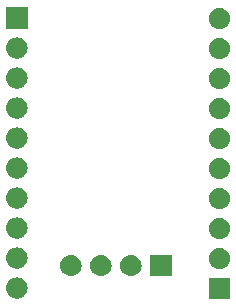
<source format=gbr>
G04 #@! TF.GenerationSoftware,KiCad,Pcbnew,(5.1.4-0)*
G04 #@! TF.CreationDate,2021-09-04T14:31:52+08:00*
G04 #@! TF.ProjectId,esp32-c3-breakout,65737033-322d-4633-932d-627265616b6f,V1.0*
G04 #@! TF.SameCoordinates,Original*
G04 #@! TF.FileFunction,Soldermask,Bot*
G04 #@! TF.FilePolarity,Negative*
%FSLAX46Y46*%
G04 Gerber Fmt 4.6, Leading zero omitted, Abs format (unit mm)*
G04 Created by KiCad (PCBNEW (5.1.4-0)) date 2021-09-04 14:31:52*
%MOMM*%
%LPD*%
G04 APERTURE LIST*
%ADD10C,0.100000*%
G04 APERTURE END LIST*
D10*
G36*
X217436000Y-108253000D02*
G01*
X215634000Y-108253000D01*
X215634000Y-106451000D01*
X217436000Y-106451000D01*
X217436000Y-108253000D01*
X217436000Y-108253000D01*
G37*
G36*
X199500443Y-106420519D02*
G01*
X199566627Y-106427037D01*
X199736466Y-106478557D01*
X199892991Y-106562222D01*
X199928729Y-106591552D01*
X200030186Y-106674814D01*
X200113448Y-106776271D01*
X200142778Y-106812009D01*
X200226443Y-106968534D01*
X200277963Y-107138373D01*
X200295359Y-107315000D01*
X200277963Y-107491627D01*
X200226443Y-107661466D01*
X200142778Y-107817991D01*
X200113448Y-107853729D01*
X200030186Y-107955186D01*
X199928729Y-108038448D01*
X199892991Y-108067778D01*
X199736466Y-108151443D01*
X199566627Y-108202963D01*
X199500443Y-108209481D01*
X199434260Y-108216000D01*
X199345740Y-108216000D01*
X199279557Y-108209481D01*
X199213373Y-108202963D01*
X199043534Y-108151443D01*
X198887009Y-108067778D01*
X198851271Y-108038448D01*
X198749814Y-107955186D01*
X198666552Y-107853729D01*
X198637222Y-107817991D01*
X198553557Y-107661466D01*
X198502037Y-107491627D01*
X198484641Y-107315000D01*
X198502037Y-107138373D01*
X198553557Y-106968534D01*
X198637222Y-106812009D01*
X198666552Y-106776271D01*
X198749814Y-106674814D01*
X198851271Y-106591552D01*
X198887009Y-106562222D01*
X199043534Y-106478557D01*
X199213373Y-106427037D01*
X199279557Y-106420519D01*
X199345740Y-106414000D01*
X199434260Y-106414000D01*
X199500443Y-106420519D01*
X199500443Y-106420519D01*
G37*
G36*
X206612443Y-104515519D02*
G01*
X206678627Y-104522037D01*
X206848466Y-104573557D01*
X207004991Y-104657222D01*
X207040729Y-104686552D01*
X207142186Y-104769814D01*
X207225448Y-104871271D01*
X207254778Y-104907009D01*
X207338443Y-105063534D01*
X207389963Y-105233373D01*
X207407359Y-105410000D01*
X207389963Y-105586627D01*
X207338443Y-105756466D01*
X207254778Y-105912991D01*
X207225448Y-105948729D01*
X207142186Y-106050186D01*
X207040729Y-106133448D01*
X207004991Y-106162778D01*
X206848466Y-106246443D01*
X206678627Y-106297963D01*
X206612442Y-106304482D01*
X206546260Y-106311000D01*
X206457740Y-106311000D01*
X206391558Y-106304482D01*
X206325373Y-106297963D01*
X206155534Y-106246443D01*
X205999009Y-106162778D01*
X205963271Y-106133448D01*
X205861814Y-106050186D01*
X205778552Y-105948729D01*
X205749222Y-105912991D01*
X205665557Y-105756466D01*
X205614037Y-105586627D01*
X205596641Y-105410000D01*
X205614037Y-105233373D01*
X205665557Y-105063534D01*
X205749222Y-104907009D01*
X205778552Y-104871271D01*
X205861814Y-104769814D01*
X205963271Y-104686552D01*
X205999009Y-104657222D01*
X206155534Y-104573557D01*
X206325373Y-104522037D01*
X206391557Y-104515519D01*
X206457740Y-104509000D01*
X206546260Y-104509000D01*
X206612443Y-104515519D01*
X206612443Y-104515519D01*
G37*
G36*
X204072443Y-104515519D02*
G01*
X204138627Y-104522037D01*
X204308466Y-104573557D01*
X204464991Y-104657222D01*
X204500729Y-104686552D01*
X204602186Y-104769814D01*
X204685448Y-104871271D01*
X204714778Y-104907009D01*
X204798443Y-105063534D01*
X204849963Y-105233373D01*
X204867359Y-105410000D01*
X204849963Y-105586627D01*
X204798443Y-105756466D01*
X204714778Y-105912991D01*
X204685448Y-105948729D01*
X204602186Y-106050186D01*
X204500729Y-106133448D01*
X204464991Y-106162778D01*
X204308466Y-106246443D01*
X204138627Y-106297963D01*
X204072442Y-106304482D01*
X204006260Y-106311000D01*
X203917740Y-106311000D01*
X203851558Y-106304482D01*
X203785373Y-106297963D01*
X203615534Y-106246443D01*
X203459009Y-106162778D01*
X203423271Y-106133448D01*
X203321814Y-106050186D01*
X203238552Y-105948729D01*
X203209222Y-105912991D01*
X203125557Y-105756466D01*
X203074037Y-105586627D01*
X203056641Y-105410000D01*
X203074037Y-105233373D01*
X203125557Y-105063534D01*
X203209222Y-104907009D01*
X203238552Y-104871271D01*
X203321814Y-104769814D01*
X203423271Y-104686552D01*
X203459009Y-104657222D01*
X203615534Y-104573557D01*
X203785373Y-104522037D01*
X203851557Y-104515519D01*
X203917740Y-104509000D01*
X204006260Y-104509000D01*
X204072443Y-104515519D01*
X204072443Y-104515519D01*
G37*
G36*
X209152443Y-104515519D02*
G01*
X209218627Y-104522037D01*
X209388466Y-104573557D01*
X209544991Y-104657222D01*
X209580729Y-104686552D01*
X209682186Y-104769814D01*
X209765448Y-104871271D01*
X209794778Y-104907009D01*
X209878443Y-105063534D01*
X209929963Y-105233373D01*
X209947359Y-105410000D01*
X209929963Y-105586627D01*
X209878443Y-105756466D01*
X209794778Y-105912991D01*
X209765448Y-105948729D01*
X209682186Y-106050186D01*
X209580729Y-106133448D01*
X209544991Y-106162778D01*
X209388466Y-106246443D01*
X209218627Y-106297963D01*
X209152442Y-106304482D01*
X209086260Y-106311000D01*
X208997740Y-106311000D01*
X208931558Y-106304482D01*
X208865373Y-106297963D01*
X208695534Y-106246443D01*
X208539009Y-106162778D01*
X208503271Y-106133448D01*
X208401814Y-106050186D01*
X208318552Y-105948729D01*
X208289222Y-105912991D01*
X208205557Y-105756466D01*
X208154037Y-105586627D01*
X208136641Y-105410000D01*
X208154037Y-105233373D01*
X208205557Y-105063534D01*
X208289222Y-104907009D01*
X208318552Y-104871271D01*
X208401814Y-104769814D01*
X208503271Y-104686552D01*
X208539009Y-104657222D01*
X208695534Y-104573557D01*
X208865373Y-104522037D01*
X208931557Y-104515519D01*
X208997740Y-104509000D01*
X209086260Y-104509000D01*
X209152443Y-104515519D01*
X209152443Y-104515519D01*
G37*
G36*
X212483000Y-106311000D02*
G01*
X210681000Y-106311000D01*
X210681000Y-104509000D01*
X212483000Y-104509000D01*
X212483000Y-106311000D01*
X212483000Y-106311000D01*
G37*
G36*
X216645443Y-103917519D02*
G01*
X216711627Y-103924037D01*
X216881466Y-103975557D01*
X217037991Y-104059222D01*
X217073729Y-104088552D01*
X217175186Y-104171814D01*
X217257413Y-104272009D01*
X217287778Y-104309009D01*
X217371443Y-104465534D01*
X217422963Y-104635373D01*
X217440359Y-104812000D01*
X217422963Y-104988627D01*
X217371443Y-105158466D01*
X217287778Y-105314991D01*
X217258448Y-105350729D01*
X217175186Y-105452186D01*
X217083074Y-105527779D01*
X217037991Y-105564778D01*
X216881466Y-105648443D01*
X216711627Y-105699963D01*
X216645443Y-105706481D01*
X216579260Y-105713000D01*
X216490740Y-105713000D01*
X216424557Y-105706481D01*
X216358373Y-105699963D01*
X216188534Y-105648443D01*
X216032009Y-105564778D01*
X215986926Y-105527779D01*
X215894814Y-105452186D01*
X215811552Y-105350729D01*
X215782222Y-105314991D01*
X215698557Y-105158466D01*
X215647037Y-104988627D01*
X215629641Y-104812000D01*
X215647037Y-104635373D01*
X215698557Y-104465534D01*
X215782222Y-104309009D01*
X215812587Y-104272009D01*
X215894814Y-104171814D01*
X215996271Y-104088552D01*
X216032009Y-104059222D01*
X216188534Y-103975557D01*
X216358373Y-103924037D01*
X216424557Y-103917519D01*
X216490740Y-103911000D01*
X216579260Y-103911000D01*
X216645443Y-103917519D01*
X216645443Y-103917519D01*
G37*
G36*
X199500443Y-103880519D02*
G01*
X199566627Y-103887037D01*
X199736466Y-103938557D01*
X199892991Y-104022222D01*
X199928729Y-104051552D01*
X200030186Y-104134814D01*
X200113448Y-104236271D01*
X200142778Y-104272009D01*
X200226443Y-104428534D01*
X200277963Y-104598373D01*
X200295359Y-104775000D01*
X200277963Y-104951627D01*
X200226443Y-105121466D01*
X200142778Y-105277991D01*
X200113448Y-105313729D01*
X200030186Y-105415186D01*
X199928729Y-105498448D01*
X199892991Y-105527778D01*
X199736466Y-105611443D01*
X199566627Y-105662963D01*
X199500443Y-105669481D01*
X199434260Y-105676000D01*
X199345740Y-105676000D01*
X199279557Y-105669481D01*
X199213373Y-105662963D01*
X199043534Y-105611443D01*
X198887009Y-105527778D01*
X198851271Y-105498448D01*
X198749814Y-105415186D01*
X198666552Y-105313729D01*
X198637222Y-105277991D01*
X198553557Y-105121466D01*
X198502037Y-104951627D01*
X198484641Y-104775000D01*
X198502037Y-104598373D01*
X198553557Y-104428534D01*
X198637222Y-104272009D01*
X198666552Y-104236271D01*
X198749814Y-104134814D01*
X198851271Y-104051552D01*
X198887009Y-104022222D01*
X199043534Y-103938557D01*
X199213373Y-103887037D01*
X199279557Y-103880519D01*
X199345740Y-103874000D01*
X199434260Y-103874000D01*
X199500443Y-103880519D01*
X199500443Y-103880519D01*
G37*
G36*
X216645443Y-101377519D02*
G01*
X216711627Y-101384037D01*
X216881466Y-101435557D01*
X217037991Y-101519222D01*
X217073729Y-101548552D01*
X217175186Y-101631814D01*
X217257413Y-101732009D01*
X217287778Y-101769009D01*
X217371443Y-101925534D01*
X217422963Y-102095373D01*
X217440359Y-102272000D01*
X217422963Y-102448627D01*
X217371443Y-102618466D01*
X217287778Y-102774991D01*
X217258448Y-102810729D01*
X217175186Y-102912186D01*
X217083074Y-102987779D01*
X217037991Y-103024778D01*
X216881466Y-103108443D01*
X216711627Y-103159963D01*
X216645442Y-103166482D01*
X216579260Y-103173000D01*
X216490740Y-103173000D01*
X216424558Y-103166482D01*
X216358373Y-103159963D01*
X216188534Y-103108443D01*
X216032009Y-103024778D01*
X215986926Y-102987779D01*
X215894814Y-102912186D01*
X215811552Y-102810729D01*
X215782222Y-102774991D01*
X215698557Y-102618466D01*
X215647037Y-102448627D01*
X215629641Y-102272000D01*
X215647037Y-102095373D01*
X215698557Y-101925534D01*
X215782222Y-101769009D01*
X215812587Y-101732009D01*
X215894814Y-101631814D01*
X215996271Y-101548552D01*
X216032009Y-101519222D01*
X216188534Y-101435557D01*
X216358373Y-101384037D01*
X216424558Y-101377518D01*
X216490740Y-101371000D01*
X216579260Y-101371000D01*
X216645443Y-101377519D01*
X216645443Y-101377519D01*
G37*
G36*
X199500442Y-101340518D02*
G01*
X199566627Y-101347037D01*
X199736466Y-101398557D01*
X199892991Y-101482222D01*
X199928729Y-101511552D01*
X200030186Y-101594814D01*
X200113448Y-101696271D01*
X200142778Y-101732009D01*
X200226443Y-101888534D01*
X200277963Y-102058373D01*
X200295359Y-102235000D01*
X200277963Y-102411627D01*
X200226443Y-102581466D01*
X200142778Y-102737991D01*
X200113448Y-102773729D01*
X200030186Y-102875186D01*
X199928729Y-102958448D01*
X199892991Y-102987778D01*
X199736466Y-103071443D01*
X199566627Y-103122963D01*
X199500442Y-103129482D01*
X199434260Y-103136000D01*
X199345740Y-103136000D01*
X199279558Y-103129482D01*
X199213373Y-103122963D01*
X199043534Y-103071443D01*
X198887009Y-102987778D01*
X198851271Y-102958448D01*
X198749814Y-102875186D01*
X198666552Y-102773729D01*
X198637222Y-102737991D01*
X198553557Y-102581466D01*
X198502037Y-102411627D01*
X198484641Y-102235000D01*
X198502037Y-102058373D01*
X198553557Y-101888534D01*
X198637222Y-101732009D01*
X198666552Y-101696271D01*
X198749814Y-101594814D01*
X198851271Y-101511552D01*
X198887009Y-101482222D01*
X199043534Y-101398557D01*
X199213373Y-101347037D01*
X199279558Y-101340518D01*
X199345740Y-101334000D01*
X199434260Y-101334000D01*
X199500442Y-101340518D01*
X199500442Y-101340518D01*
G37*
G36*
X216645442Y-98837518D02*
G01*
X216711627Y-98844037D01*
X216881466Y-98895557D01*
X217037991Y-98979222D01*
X217073729Y-99008552D01*
X217175186Y-99091814D01*
X217257413Y-99192009D01*
X217287778Y-99229009D01*
X217371443Y-99385534D01*
X217422963Y-99555373D01*
X217440359Y-99732000D01*
X217422963Y-99908627D01*
X217371443Y-100078466D01*
X217287778Y-100234991D01*
X217258448Y-100270729D01*
X217175186Y-100372186D01*
X217083074Y-100447779D01*
X217037991Y-100484778D01*
X216881466Y-100568443D01*
X216711627Y-100619963D01*
X216645442Y-100626482D01*
X216579260Y-100633000D01*
X216490740Y-100633000D01*
X216424557Y-100626481D01*
X216358373Y-100619963D01*
X216188534Y-100568443D01*
X216032009Y-100484778D01*
X215986926Y-100447779D01*
X215894814Y-100372186D01*
X215811552Y-100270729D01*
X215782222Y-100234991D01*
X215698557Y-100078466D01*
X215647037Y-99908627D01*
X215629641Y-99732000D01*
X215647037Y-99555373D01*
X215698557Y-99385534D01*
X215782222Y-99229009D01*
X215812587Y-99192009D01*
X215894814Y-99091814D01*
X215996271Y-99008552D01*
X216032009Y-98979222D01*
X216188534Y-98895557D01*
X216358373Y-98844037D01*
X216424558Y-98837518D01*
X216490740Y-98831000D01*
X216579260Y-98831000D01*
X216645442Y-98837518D01*
X216645442Y-98837518D01*
G37*
G36*
X199500443Y-98800519D02*
G01*
X199566627Y-98807037D01*
X199736466Y-98858557D01*
X199892991Y-98942222D01*
X199928729Y-98971552D01*
X200030186Y-99054814D01*
X200113448Y-99156271D01*
X200142778Y-99192009D01*
X200226443Y-99348534D01*
X200277963Y-99518373D01*
X200295359Y-99695000D01*
X200277963Y-99871627D01*
X200226443Y-100041466D01*
X200142778Y-100197991D01*
X200113448Y-100233729D01*
X200030186Y-100335186D01*
X199928729Y-100418448D01*
X199892991Y-100447778D01*
X199736466Y-100531443D01*
X199566627Y-100582963D01*
X199500443Y-100589481D01*
X199434260Y-100596000D01*
X199345740Y-100596000D01*
X199279557Y-100589481D01*
X199213373Y-100582963D01*
X199043534Y-100531443D01*
X198887009Y-100447778D01*
X198851271Y-100418448D01*
X198749814Y-100335186D01*
X198666552Y-100233729D01*
X198637222Y-100197991D01*
X198553557Y-100041466D01*
X198502037Y-99871627D01*
X198484641Y-99695000D01*
X198502037Y-99518373D01*
X198553557Y-99348534D01*
X198637222Y-99192009D01*
X198666552Y-99156271D01*
X198749814Y-99054814D01*
X198851271Y-98971552D01*
X198887009Y-98942222D01*
X199043534Y-98858557D01*
X199213373Y-98807037D01*
X199279557Y-98800519D01*
X199345740Y-98794000D01*
X199434260Y-98794000D01*
X199500443Y-98800519D01*
X199500443Y-98800519D01*
G37*
G36*
X216645442Y-96297518D02*
G01*
X216711627Y-96304037D01*
X216881466Y-96355557D01*
X217037991Y-96439222D01*
X217073729Y-96468552D01*
X217175186Y-96551814D01*
X217257413Y-96652009D01*
X217287778Y-96689009D01*
X217371443Y-96845534D01*
X217422963Y-97015373D01*
X217440359Y-97192000D01*
X217422963Y-97368627D01*
X217371443Y-97538466D01*
X217287778Y-97694991D01*
X217258448Y-97730729D01*
X217175186Y-97832186D01*
X217083074Y-97907779D01*
X217037991Y-97944778D01*
X216881466Y-98028443D01*
X216711627Y-98079963D01*
X216645442Y-98086482D01*
X216579260Y-98093000D01*
X216490740Y-98093000D01*
X216424558Y-98086482D01*
X216358373Y-98079963D01*
X216188534Y-98028443D01*
X216032009Y-97944778D01*
X215986926Y-97907779D01*
X215894814Y-97832186D01*
X215811552Y-97730729D01*
X215782222Y-97694991D01*
X215698557Y-97538466D01*
X215647037Y-97368627D01*
X215629641Y-97192000D01*
X215647037Y-97015373D01*
X215698557Y-96845534D01*
X215782222Y-96689009D01*
X215812587Y-96652009D01*
X215894814Y-96551814D01*
X215996271Y-96468552D01*
X216032009Y-96439222D01*
X216188534Y-96355557D01*
X216358373Y-96304037D01*
X216424557Y-96297519D01*
X216490740Y-96291000D01*
X216579260Y-96291000D01*
X216645442Y-96297518D01*
X216645442Y-96297518D01*
G37*
G36*
X199500442Y-96260518D02*
G01*
X199566627Y-96267037D01*
X199736466Y-96318557D01*
X199892991Y-96402222D01*
X199928729Y-96431552D01*
X200030186Y-96514814D01*
X200113448Y-96616271D01*
X200142778Y-96652009D01*
X200226443Y-96808534D01*
X200277963Y-96978373D01*
X200295359Y-97155000D01*
X200277963Y-97331627D01*
X200226443Y-97501466D01*
X200142778Y-97657991D01*
X200113448Y-97693729D01*
X200030186Y-97795186D01*
X199928729Y-97878448D01*
X199892991Y-97907778D01*
X199736466Y-97991443D01*
X199566627Y-98042963D01*
X199500443Y-98049481D01*
X199434260Y-98056000D01*
X199345740Y-98056000D01*
X199279557Y-98049481D01*
X199213373Y-98042963D01*
X199043534Y-97991443D01*
X198887009Y-97907778D01*
X198851271Y-97878448D01*
X198749814Y-97795186D01*
X198666552Y-97693729D01*
X198637222Y-97657991D01*
X198553557Y-97501466D01*
X198502037Y-97331627D01*
X198484641Y-97155000D01*
X198502037Y-96978373D01*
X198553557Y-96808534D01*
X198637222Y-96652009D01*
X198666552Y-96616271D01*
X198749814Y-96514814D01*
X198851271Y-96431552D01*
X198887009Y-96402222D01*
X199043534Y-96318557D01*
X199213373Y-96267037D01*
X199279558Y-96260518D01*
X199345740Y-96254000D01*
X199434260Y-96254000D01*
X199500442Y-96260518D01*
X199500442Y-96260518D01*
G37*
G36*
X216645443Y-93757519D02*
G01*
X216711627Y-93764037D01*
X216881466Y-93815557D01*
X217037991Y-93899222D01*
X217073729Y-93928552D01*
X217175186Y-94011814D01*
X217257413Y-94112009D01*
X217287778Y-94149009D01*
X217371443Y-94305534D01*
X217422963Y-94475373D01*
X217440359Y-94652000D01*
X217422963Y-94828627D01*
X217371443Y-94998466D01*
X217287778Y-95154991D01*
X217258448Y-95190729D01*
X217175186Y-95292186D01*
X217083074Y-95367779D01*
X217037991Y-95404778D01*
X216881466Y-95488443D01*
X216711627Y-95539963D01*
X216645442Y-95546482D01*
X216579260Y-95553000D01*
X216490740Y-95553000D01*
X216424557Y-95546481D01*
X216358373Y-95539963D01*
X216188534Y-95488443D01*
X216032009Y-95404778D01*
X215986926Y-95367779D01*
X215894814Y-95292186D01*
X215811552Y-95190729D01*
X215782222Y-95154991D01*
X215698557Y-94998466D01*
X215647037Y-94828627D01*
X215629641Y-94652000D01*
X215647037Y-94475373D01*
X215698557Y-94305534D01*
X215782222Y-94149009D01*
X215812587Y-94112009D01*
X215894814Y-94011814D01*
X215996271Y-93928552D01*
X216032009Y-93899222D01*
X216188534Y-93815557D01*
X216358373Y-93764037D01*
X216424557Y-93757519D01*
X216490740Y-93751000D01*
X216579260Y-93751000D01*
X216645443Y-93757519D01*
X216645443Y-93757519D01*
G37*
G36*
X199500443Y-93720519D02*
G01*
X199566627Y-93727037D01*
X199736466Y-93778557D01*
X199892991Y-93862222D01*
X199928729Y-93891552D01*
X200030186Y-93974814D01*
X200113448Y-94076271D01*
X200142778Y-94112009D01*
X200226443Y-94268534D01*
X200277963Y-94438373D01*
X200295359Y-94615000D01*
X200277963Y-94791627D01*
X200226443Y-94961466D01*
X200142778Y-95117991D01*
X200113448Y-95153729D01*
X200030186Y-95255186D01*
X199928729Y-95338448D01*
X199892991Y-95367778D01*
X199736466Y-95451443D01*
X199566627Y-95502963D01*
X199500443Y-95509481D01*
X199434260Y-95516000D01*
X199345740Y-95516000D01*
X199279557Y-95509481D01*
X199213373Y-95502963D01*
X199043534Y-95451443D01*
X198887009Y-95367778D01*
X198851271Y-95338448D01*
X198749814Y-95255186D01*
X198666552Y-95153729D01*
X198637222Y-95117991D01*
X198553557Y-94961466D01*
X198502037Y-94791627D01*
X198484641Y-94615000D01*
X198502037Y-94438373D01*
X198553557Y-94268534D01*
X198637222Y-94112009D01*
X198666552Y-94076271D01*
X198749814Y-93974814D01*
X198851271Y-93891552D01*
X198887009Y-93862222D01*
X199043534Y-93778557D01*
X199213373Y-93727037D01*
X199279558Y-93720518D01*
X199345740Y-93714000D01*
X199434260Y-93714000D01*
X199500443Y-93720519D01*
X199500443Y-93720519D01*
G37*
G36*
X216645442Y-91217518D02*
G01*
X216711627Y-91224037D01*
X216881466Y-91275557D01*
X217037991Y-91359222D01*
X217073729Y-91388552D01*
X217175186Y-91471814D01*
X217257413Y-91572009D01*
X217287778Y-91609009D01*
X217371443Y-91765534D01*
X217422963Y-91935373D01*
X217440359Y-92112000D01*
X217422963Y-92288627D01*
X217371443Y-92458466D01*
X217287778Y-92614991D01*
X217258448Y-92650729D01*
X217175186Y-92752186D01*
X217083074Y-92827779D01*
X217037991Y-92864778D01*
X216881466Y-92948443D01*
X216711627Y-92999963D01*
X216645443Y-93006481D01*
X216579260Y-93013000D01*
X216490740Y-93013000D01*
X216424557Y-93006481D01*
X216358373Y-92999963D01*
X216188534Y-92948443D01*
X216032009Y-92864778D01*
X215986926Y-92827779D01*
X215894814Y-92752186D01*
X215811552Y-92650729D01*
X215782222Y-92614991D01*
X215698557Y-92458466D01*
X215647037Y-92288627D01*
X215629641Y-92112000D01*
X215647037Y-91935373D01*
X215698557Y-91765534D01*
X215782222Y-91609009D01*
X215812587Y-91572009D01*
X215894814Y-91471814D01*
X215996271Y-91388552D01*
X216032009Y-91359222D01*
X216188534Y-91275557D01*
X216358373Y-91224037D01*
X216424558Y-91217518D01*
X216490740Y-91211000D01*
X216579260Y-91211000D01*
X216645442Y-91217518D01*
X216645442Y-91217518D01*
G37*
G36*
X199500442Y-91180518D02*
G01*
X199566627Y-91187037D01*
X199736466Y-91238557D01*
X199892991Y-91322222D01*
X199928729Y-91351552D01*
X200030186Y-91434814D01*
X200113448Y-91536271D01*
X200142778Y-91572009D01*
X200226443Y-91728534D01*
X200277963Y-91898373D01*
X200295359Y-92075000D01*
X200277963Y-92251627D01*
X200226443Y-92421466D01*
X200142778Y-92577991D01*
X200113448Y-92613729D01*
X200030186Y-92715186D01*
X199928729Y-92798448D01*
X199892991Y-92827778D01*
X199736466Y-92911443D01*
X199566627Y-92962963D01*
X199500442Y-92969482D01*
X199434260Y-92976000D01*
X199345740Y-92976000D01*
X199279558Y-92969482D01*
X199213373Y-92962963D01*
X199043534Y-92911443D01*
X198887009Y-92827778D01*
X198851271Y-92798448D01*
X198749814Y-92715186D01*
X198666552Y-92613729D01*
X198637222Y-92577991D01*
X198553557Y-92421466D01*
X198502037Y-92251627D01*
X198484641Y-92075000D01*
X198502037Y-91898373D01*
X198553557Y-91728534D01*
X198637222Y-91572009D01*
X198666552Y-91536271D01*
X198749814Y-91434814D01*
X198851271Y-91351552D01*
X198887009Y-91322222D01*
X199043534Y-91238557D01*
X199213373Y-91187037D01*
X199279558Y-91180518D01*
X199345740Y-91174000D01*
X199434260Y-91174000D01*
X199500442Y-91180518D01*
X199500442Y-91180518D01*
G37*
G36*
X216645443Y-88677519D02*
G01*
X216711627Y-88684037D01*
X216881466Y-88735557D01*
X217037991Y-88819222D01*
X217073729Y-88848552D01*
X217175186Y-88931814D01*
X217257413Y-89032009D01*
X217287778Y-89069009D01*
X217371443Y-89225534D01*
X217422963Y-89395373D01*
X217440359Y-89572000D01*
X217422963Y-89748627D01*
X217371443Y-89918466D01*
X217287778Y-90074991D01*
X217258448Y-90110729D01*
X217175186Y-90212186D01*
X217083074Y-90287779D01*
X217037991Y-90324778D01*
X216881466Y-90408443D01*
X216711627Y-90459963D01*
X216645443Y-90466481D01*
X216579260Y-90473000D01*
X216490740Y-90473000D01*
X216424557Y-90466481D01*
X216358373Y-90459963D01*
X216188534Y-90408443D01*
X216032009Y-90324778D01*
X215986926Y-90287779D01*
X215894814Y-90212186D01*
X215811552Y-90110729D01*
X215782222Y-90074991D01*
X215698557Y-89918466D01*
X215647037Y-89748627D01*
X215629641Y-89572000D01*
X215647037Y-89395373D01*
X215698557Y-89225534D01*
X215782222Y-89069009D01*
X215812587Y-89032009D01*
X215894814Y-88931814D01*
X215996271Y-88848552D01*
X216032009Y-88819222D01*
X216188534Y-88735557D01*
X216358373Y-88684037D01*
X216424557Y-88677519D01*
X216490740Y-88671000D01*
X216579260Y-88671000D01*
X216645443Y-88677519D01*
X216645443Y-88677519D01*
G37*
G36*
X199500443Y-88640519D02*
G01*
X199566627Y-88647037D01*
X199736466Y-88698557D01*
X199892991Y-88782222D01*
X199928729Y-88811552D01*
X200030186Y-88894814D01*
X200113448Y-88996271D01*
X200142778Y-89032009D01*
X200226443Y-89188534D01*
X200277963Y-89358373D01*
X200295359Y-89535000D01*
X200277963Y-89711627D01*
X200226443Y-89881466D01*
X200142778Y-90037991D01*
X200113448Y-90073729D01*
X200030186Y-90175186D01*
X199928729Y-90258448D01*
X199892991Y-90287778D01*
X199736466Y-90371443D01*
X199566627Y-90422963D01*
X199500443Y-90429481D01*
X199434260Y-90436000D01*
X199345740Y-90436000D01*
X199279557Y-90429481D01*
X199213373Y-90422963D01*
X199043534Y-90371443D01*
X198887009Y-90287778D01*
X198851271Y-90258448D01*
X198749814Y-90175186D01*
X198666552Y-90073729D01*
X198637222Y-90037991D01*
X198553557Y-89881466D01*
X198502037Y-89711627D01*
X198484641Y-89535000D01*
X198502037Y-89358373D01*
X198553557Y-89188534D01*
X198637222Y-89032009D01*
X198666552Y-88996271D01*
X198749814Y-88894814D01*
X198851271Y-88811552D01*
X198887009Y-88782222D01*
X199043534Y-88698557D01*
X199213373Y-88647037D01*
X199279557Y-88640519D01*
X199345740Y-88634000D01*
X199434260Y-88634000D01*
X199500443Y-88640519D01*
X199500443Y-88640519D01*
G37*
G36*
X216645442Y-86137518D02*
G01*
X216711627Y-86144037D01*
X216881466Y-86195557D01*
X217037991Y-86279222D01*
X217073729Y-86308552D01*
X217175186Y-86391814D01*
X217257413Y-86492009D01*
X217287778Y-86529009D01*
X217371443Y-86685534D01*
X217422963Y-86855373D01*
X217440359Y-87032000D01*
X217422963Y-87208627D01*
X217371443Y-87378466D01*
X217287778Y-87534991D01*
X217258448Y-87570729D01*
X217175186Y-87672186D01*
X217083074Y-87747779D01*
X217037991Y-87784778D01*
X216881466Y-87868443D01*
X216711627Y-87919963D01*
X216645443Y-87926481D01*
X216579260Y-87933000D01*
X216490740Y-87933000D01*
X216424558Y-87926482D01*
X216358373Y-87919963D01*
X216188534Y-87868443D01*
X216032009Y-87784778D01*
X215986926Y-87747779D01*
X215894814Y-87672186D01*
X215811552Y-87570729D01*
X215782222Y-87534991D01*
X215698557Y-87378466D01*
X215647037Y-87208627D01*
X215629641Y-87032000D01*
X215647037Y-86855373D01*
X215698557Y-86685534D01*
X215782222Y-86529009D01*
X215812587Y-86492009D01*
X215894814Y-86391814D01*
X215996271Y-86308552D01*
X216032009Y-86279222D01*
X216188534Y-86195557D01*
X216358373Y-86144037D01*
X216424558Y-86137518D01*
X216490740Y-86131000D01*
X216579260Y-86131000D01*
X216645442Y-86137518D01*
X216645442Y-86137518D01*
G37*
G36*
X199500442Y-86100518D02*
G01*
X199566627Y-86107037D01*
X199736466Y-86158557D01*
X199892991Y-86242222D01*
X199928729Y-86271552D01*
X200030186Y-86354814D01*
X200113448Y-86456271D01*
X200142778Y-86492009D01*
X200226443Y-86648534D01*
X200277963Y-86818373D01*
X200295359Y-86995000D01*
X200277963Y-87171627D01*
X200226443Y-87341466D01*
X200142778Y-87497991D01*
X200113448Y-87533729D01*
X200030186Y-87635186D01*
X199928729Y-87718448D01*
X199892991Y-87747778D01*
X199736466Y-87831443D01*
X199566627Y-87882963D01*
X199500442Y-87889482D01*
X199434260Y-87896000D01*
X199345740Y-87896000D01*
X199279557Y-87889481D01*
X199213373Y-87882963D01*
X199043534Y-87831443D01*
X198887009Y-87747778D01*
X198851271Y-87718448D01*
X198749814Y-87635186D01*
X198666552Y-87533729D01*
X198637222Y-87497991D01*
X198553557Y-87341466D01*
X198502037Y-87171627D01*
X198484641Y-86995000D01*
X198502037Y-86818373D01*
X198553557Y-86648534D01*
X198637222Y-86492009D01*
X198666552Y-86456271D01*
X198749814Y-86354814D01*
X198851271Y-86271552D01*
X198887009Y-86242222D01*
X199043534Y-86158557D01*
X199213373Y-86107037D01*
X199279558Y-86100518D01*
X199345740Y-86094000D01*
X199434260Y-86094000D01*
X199500442Y-86100518D01*
X199500442Y-86100518D01*
G37*
G36*
X216645443Y-83597519D02*
G01*
X216711627Y-83604037D01*
X216881466Y-83655557D01*
X217037991Y-83739222D01*
X217073729Y-83768552D01*
X217175186Y-83851814D01*
X217258448Y-83953271D01*
X217287778Y-83989009D01*
X217371443Y-84145534D01*
X217422963Y-84315373D01*
X217440359Y-84492000D01*
X217422963Y-84668627D01*
X217371443Y-84838466D01*
X217287778Y-84994991D01*
X217258448Y-85030729D01*
X217175186Y-85132186D01*
X217073729Y-85215448D01*
X217037991Y-85244778D01*
X216881466Y-85328443D01*
X216711627Y-85379963D01*
X216645443Y-85386481D01*
X216579260Y-85393000D01*
X216490740Y-85393000D01*
X216424558Y-85386482D01*
X216358373Y-85379963D01*
X216188534Y-85328443D01*
X216032009Y-85244778D01*
X215996271Y-85215448D01*
X215894814Y-85132186D01*
X215811552Y-85030729D01*
X215782222Y-84994991D01*
X215698557Y-84838466D01*
X215647037Y-84668627D01*
X215629641Y-84492000D01*
X215647037Y-84315373D01*
X215698557Y-84145534D01*
X215782222Y-83989009D01*
X215811552Y-83953271D01*
X215894814Y-83851814D01*
X215996271Y-83768552D01*
X216032009Y-83739222D01*
X216188534Y-83655557D01*
X216358373Y-83604037D01*
X216424557Y-83597519D01*
X216490740Y-83591000D01*
X216579260Y-83591000D01*
X216645443Y-83597519D01*
X216645443Y-83597519D01*
G37*
G36*
X200291000Y-85356000D02*
G01*
X198489000Y-85356000D01*
X198489000Y-83554000D01*
X200291000Y-83554000D01*
X200291000Y-85356000D01*
X200291000Y-85356000D01*
G37*
M02*

</source>
